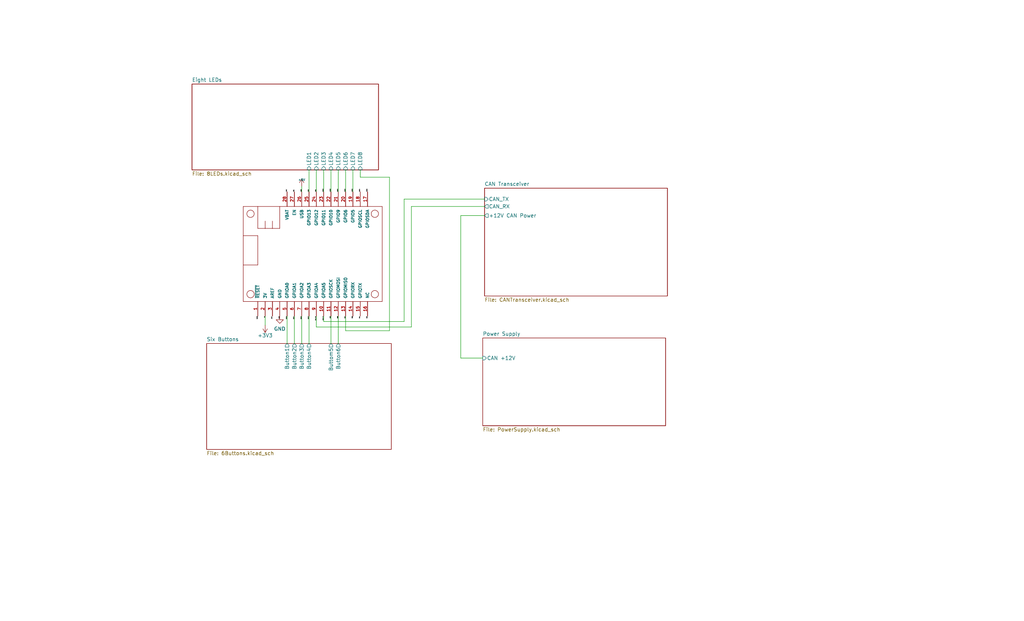
<source format=kicad_sch>
(kicad_sch (version 20211123) (generator eeschema)
  (paper "USLegal")
  (title_block (title "FeatherWing.sch") (date "3 SEP 2024"))
  (lib_symbols
    (symbol "ESP32-PWMHalfSiding-rescue:+5V" (power) (pin_names (offset 0))
      (property "Value" "+5V" (at 0 3.556 0))
      (symbol "+5V_0_1"
        (polyline (pts (xy -0.762 1.27) (xy 0 2.54)))
        (polyline (pts (xy 0 0) (xy 0 2.54)))
        (polyline (pts (xy 0 2.54) (xy 0.762 1.27)))
      )
      (symbol "+5V_1_1"
        (pin power_in line (at 0 0 90) (length 0) hide (name "+5V") (number "1"))
      )
    )
    (symbol "ESP32-T7S3-MultiFunctionUniversalTurnout-rescue:+3V3" (power) (pin_names (offset 0))
      (property "Value" "+3V3" (at 0 3.556 0))
      (symbol "+3V3_0_1"
        (polyline (pts (xy -0.762 1.27) (xy 0 2.54)))
        (polyline (pts (xy 0 0) (xy 0 2.54)))
        (polyline (pts (xy 0 2.54) (xy 0.762 1.27)))
      )
      (symbol "+3V3_1_1"
        (pin power_in line (at 0 0 90) (length 0) hide (name "+3V3") (number "1"))
      )
    )
    (symbol "ESP32-T7S3-MultiFunctionUniversalTurnout-rescue:GND" (power) (pin_names (offset 0))
      (property "Value" "GND" (at 0 -3.81 0))
      (symbol "GND_0_1"
        (polyline (pts (xy 0 0) (xy 0 -1.27) (xy 1.27 -1.27) (xy 0 -2.54) (xy -1.27 -1.27) (xy 0 -1.27)))
      )
      (symbol "GND_1_1"
        (pin power_in line (at 0 0 270) (length 0) hide (name "GND") (number "1"))
      )
    )
    (symbol "FeatherWing:FEATHERWING" (pin_names (offset 1.016))
      (symbol "FEATHERWING_1_0"
        (polyline (pts (xy 0 0) (xy 48.26 0)))
        (polyline (pts (xy 0 12.7) (xy 0 0)))
        (polyline (pts (xy 0 22.86) (xy 0 12.7)))
        (polyline (pts (xy 0 22.86) (xy 5.08 22.86)))
        (polyline (pts (xy 0 33.02) (xy 0 22.86)))
        (polyline (pts (xy 5.08 12.7) (xy 0 12.7)))
        (polyline (pts (xy 5.08 22.86) (xy 5.08 12.7)))
        (polyline (pts (xy 5.08 25.4) (xy 7.62 25.4)))
        (polyline (pts (xy 5.08 33.02) (xy 0 33.02)))
        (polyline (pts (xy 5.08 33.02) (xy 5.08 25.4)))
        (polyline (pts (xy 7.62 25.4) (xy 10.16 25.4)))
        (polyline (pts (xy 7.62 27.94) (xy 7.62 25.4)))
        (polyline (pts (xy 10.16 25.4) (xy 12.7 25.4)))
        (polyline (pts (xy 10.16 27.94) (xy 10.16 25.4)))
        (polyline (pts (xy 12.7 25.4) (xy 12.7 33.02)))
        (polyline (pts (xy 12.7 33.02) (xy 5.08 33.02)))
        (polyline (pts (xy 48.26 0) (xy 48.26 33.02)))
        (polyline (pts (xy 48.26 33.02) (xy 12.7 33.02)))
      )
      (symbol "FEATHERWING_1_1"
        (circle (center 2.54 2.54) (radius 1.27))
        (circle (center 2.54 30.48) (radius 1.27))
        (circle (center 45.72 2.54) (radius 1.27))
        (circle (center 45.72 30.48) (radius 1.27))
        (pin input line (at 5.08 -5.08 90) (length 5.08) (name "~{RESET}") (number "1"))
        (pin bidirectional line (at 27.94 -5.08 90) (length 5.08) (name "GPIOA5") (number "10"))
        (pin bidirectional line (at 30.48 -5.08 90) (length 5.08) (name "GPIOSCK") (number "11"))
        (pin bidirectional line (at 33.02 -5.08 90) (length 5.08) (name "GPIOMOSI") (number "12"))
        (pin bidirectional line (at 35.56 -5.08 90) (length 5.08) (name "GPIOMISO") (number "13"))
        (pin bidirectional line (at 38.1 -5.08 90) (length 5.08) (name "GPIORX") (number "14"))
        (pin bidirectional line (at 40.64 -5.08 90) (length 5.08) (name "GPIOTX") (number "15"))
        (pin passive line (at 43.18 -5.08 90) (length 5.08) (name "NC") (number "16"))
        (pin bidirectional line (at 43.18 38.1 270) (length 5.08) (name "GPIOSDA") (number "17"))
        (pin bidirectional line (at 40.64 38.1 270) (length 5.08) (name "GPIOSCL") (number "18"))
        (pin bidirectional line (at 38.1 38.1 270) (length 5.08) (name "GPIO5") (number "19"))
        (pin power_out line (at 7.62 -5.08 90) (length 5.08) (name "3V") (number "2"))
        (pin bidirectional line (at 35.56 38.1 270) (length 5.08) (name "GPIO6") (number "20"))
        (pin bidirectional line (at 33.02 38.1 270) (length 5.08) (name "GPIO9") (number "21"))
        (pin bidirectional line (at 30.48 38.1 270) (length 5.08) (name "GPIO10") (number "22"))
        (pin bidirectional line (at 27.94 38.1 270) (length 5.08) (name "GPIO11") (number "23"))
        (pin bidirectional line (at 25.4 38.1 270) (length 5.08) (name "GPIO12") (number "24"))
        (pin bidirectional line (at 22.86 38.1 270) (length 5.08) (name "GPIO13") (number "25"))
        (pin power_out line (at 20.32 38.1 270) (length 5.08) (name "USB") (number "26"))
        (pin passive line (at 17.78 38.1 270) (length 5.08) (name "EN") (number "27"))
        (pin power_out line (at 15.24 38.1 270) (length 5.08) (name "VBAT") (number "28"))
        (pin passive line (at 10.16 -5.08 90) (length 5.08) (name "AREF") (number "3"))
        (pin power_in line (at 12.7 -5.08 90) (length 5.08) (name "GND") (number "4"))
        (pin bidirectional line (at 15.24 -5.08 90) (length 5.08) (name "GPIOA0") (number "5"))
        (pin bidirectional line (at 17.78 -5.08 90) (length 5.08) (name "GPIOA1") (number "6"))
        (pin bidirectional line (at 20.32 -5.08 90) (length 5.08) (name "GPIOA2") (number "7"))
        (pin bidirectional line (at 22.86 -5.08 90) (length 5.08) (name "GPIOA3") (number "8"))
        (pin bidirectional line (at 25.4 -5.08 90) (length 5.08) (name "GPIOA4") (number "9"))
      )
    )
  )
  (wire (pts (xy 114.935 109.855) (xy 114.935 119.38)))
  (wire (pts (xy 109.855 113.665) (xy 142.875 113.665)))
  (wire (pts (xy 135.255 61.595) (xy 135.255 114.935)))
  (wire (pts (xy 142.875 71.755) (xy 168.275 71.755)))
  (wire (pts (xy 107.315 109.855) (xy 107.315 119.38)))
  (wire (pts (xy 140.335 69.215) (xy 140.335 111.76)))
  (wire (pts (xy 112.395 59.055) (xy 112.395 66.675)))
  (wire (pts (xy 140.335 111.76) (xy 112.395 111.76)))
  (wire (pts (xy 125.095 59.055) (xy 125.095 61.595)))
  (wire (pts (xy 117.475 59.055) (xy 117.475 66.675)))
  (wire (pts (xy 92.075 109.855) (xy 92.075 113.03)))
  (wire (pts (xy 135.255 114.935) (xy 120.015 114.935)))
  (wire (pts (xy 160.02 74.93) (xy 160.02 124.46)))
  (wire (pts (xy 117.475 109.855) (xy 117.475 119.38)))
  (wire (pts (xy 120.015 59.055) (xy 120.015 66.675)))
  (wire (pts (xy 112.395 111.76) (xy 112.395 109.855)))
  (wire (pts (xy 104.775 109.855) (xy 104.775 119.38)))
  (wire (pts (xy 109.855 59.055) (xy 109.855 66.675)))
  (wire (pts (xy 125.095 61.595) (xy 135.255 61.595)))
  (wire (pts (xy 160.02 124.46) (xy 167.64 124.46)))
  (wire (pts (xy 142.875 113.665) (xy 142.875 71.755)))
  (wire (pts (xy 99.695 109.855) (xy 99.695 119.38)))
  (wire (pts (xy 107.315 59.055) (xy 107.315 66.675)))
  (wire (pts (xy 120.015 114.935) (xy 120.015 109.855)))
  (wire (pts (xy 168.275 74.93) (xy 160.02 74.93)))
  (wire (pts (xy 102.235 109.855) (xy 102.235 119.38)))
  (wire (pts (xy 168.275 69.215) (xy 140.335 69.215)))
  (wire (pts (xy 114.935 59.055) (xy 114.935 66.675)))
  (wire (pts (xy 109.855 109.855) (xy 109.855 113.665)))
  (wire (pts (xy 104.775 64.77) (xy 104.775 66.675)))
  (wire (pts (xy 122.555 59.055) (xy 122.555 66.675)))
  (label "N$4" (at 125.095 109.855 270) (effects (font (size 0.254 0.254))))
  (label "N$3" (at 107.315 66.675 90) (effects (font (size 0.254 0.254))))
  (label "N$23" (at 122.555 66.675 90) (effects (font (size 0.254 0.254))))
  (label "N$25" (at 127.635 66.675 90) (effects (font (size 0.254 0.254))))
  (label "3V" (at 92.075 109.855 270) (effects (font (size 0.254 0.254))))
  (label "GND" (at 97.155 109.855 270) (effects (font (size 0.254 0.254))))
  (label "N$2" (at 127.635 109.855 270) (effects (font (size 0.254 0.254))))
  (label "N$9" (at 114.935 109.855 270) (effects (font (size 0.254 0.254))))
  (label "CAN_TX" (at 112.395 109.855 270) (effects (font (size 0.254 0.254))))
  (label "N$13" (at 104.775 109.855 270) (effects (font (size 0.254 0.254))))
  (label "CAN_RX" (at 109.855 109.855 270) (effects (font (size 0.254 0.254))))
  (label "N$22" (at 120.015 66.675 90) (effects (font (size 0.254 0.254))))
  (label "AREF" (at 94.615 109.855 270) (effects (font (size 0.254 0.254))))
  (label "N$7" (at 120.015 109.855 270) (effects (font (size 0.254 0.254))))
  (label "N$1" (at 102.235 66.675 90) (effects (font (size 0.254 0.254))))
  (label "N$6" (at 122.555 109.855 270) (effects (font (size 0.254 0.254))))
  (label "N$5" (at 109.855 66.675 90) (effects (font (size 0.254 0.254))))
  (label "N$24" (at 125.095 66.675 90) (effects (font (size 0.254 0.254))))
  (label "N$8" (at 117.475 109.855 270) (effects (font (size 0.254 0.254))))
  (label "N$21" (at 117.475 66.675 90) (effects (font (size 0.254 0.254))))
  (label "USB" (at 104.775 66.675 90) (effects (font (size 0.254 0.254))))
  (label "N$20" (at 114.935 66.675 90) (effects (font (size 0.254 0.254))))
  (label "N$19" (at 112.395 66.675 90) (effects (font (size 0.254 0.254))))
  (label "N$18" (at 89.535 109.855 270) (effects (font (size 0.254 0.254))))
  (label "N$14" (at 102.235 109.855 270) (effects (font (size 0.254 0.254))))
  (label "N$12" (at 107.315 109.855 270) (effects (font (size 0.254 0.254))))
  (label "VBAT" (at 99.695 66.675 90) (effects (font (size 0.254 0.254))))
  (label "N$15" (at 99.695 109.855 270) (effects (font (size 0.254 0.254))))
  (symbol (lib_id "FeatherWing:FEATHERWING") (at 84.455 104.775 0) (unit 1)
    (property "Reference" "MS1" (effects hide))
    (property "Value" "FEATHERWING" (effects hide))
    (property "Footprint" "FeatherWing:FEATHERWING" (effects hide))
  )
  (symbol (lib_id "ESP32-T7S3-MultiFunctionUniversalTurnout-rescue:GND") (at 97.155 109.855 0) (unit 1)
    (property "Reference" "#PWR0108" (effects hide))
    (property "Value" "GND" (at 97.155 114.3 0))
  )
  (symbol (lib_id "ESP32-T7S3-MultiFunctionUniversalTurnout-rescue:+3V3") (at 92.075 113.03 180) (unit 1)
    (property "Reference" "#PWR0101" (effects hide))
    (property "Value" "+3V3" (at 92.075 116.586 0))
  )
  (symbol (lib_id "ESP32-PWMHalfSiding-rescue:+5V") (at 104.775 64.77 0) (unit 1)
    (property "Reference" "#PWR0102" (effects hide))
    (property "Value" "+5V" (at 104.775 62.484 0) (effects (font (size 0.762 0.762))))
  )
  (sheet (at 71.755 119.38) (size 64.135 36.83) (stroke (width 0.1524))
    (property "Sheet name" "Six Buttons" (at 71.755 118.6684 0) (effects (justify left bottom)))
    (property "Sheet file" "6Buttons.kicad_sch" (at 71.755 156.7946 0) (effects (justify left top)))
    (pin "Button3" output (at 104.775 119.38 90))
    (pin "Button2" output (at 102.235 119.38 90))
    (pin "Button1" output (at 99.695 119.38 90))
    (pin "Buttom5" output (at 114.935 119.38 90))
    (pin "Button4" output (at 107.315 119.38 90))
    (pin "Button6" output (at 117.475 119.38 90))
  )
  (sheet (at 167.64 117.475) (size 63.5 30.48) (stroke (width 0.1524))
    (property "Sheet name" "Power Supply" (at 167.64 116.7634 0) (effects (justify left bottom)))
    (property "Sheet file" "PowerSupply.kicad_sch" (at 167.64 148.5396 0) (effects (justify left top)))
    (pin "CAN +12V" input (at 167.64 124.46 180))
  )
  (sheet (at 66.675 29.21) (size 64.77 29.845) (stroke (width 0.1524))
    (property "Sheet name" "Eight LEDs" (at 66.675 28.4984 0) (effects (justify left bottom)))
    (property "Sheet file" "8LEDs.kicad_sch" (at 66.675 59.6396 0) (effects (justify left top)))
    (pin "LED3" input (at 112.395 59.055 270))
    (pin "LED1" input (at 107.315 59.055 270))
    (pin "LED2" input (at 109.855 59.055 270))
    (pin "LED5" input (at 117.475 59.055 270))
    (pin "LED6" input (at 120.015 59.055 270))
    (pin "LED4" input (at 114.935 59.055 270))
    (pin "LED8" input (at 125.095 59.055 270))
    (pin "LED7" input (at 122.555 59.055 270))
  )
  (sheet (at 168.275 65.405) (size 63.5 37.465) (stroke (width 0.1524))
    (property "Sheet name" "CAN Transceiver" (at 168.275 64.6934 0) (effects (justify left bottom)))
    (property "Sheet file" "CANTransceiver.kicad_sch" (at 168.275 103.4546 0) (effects (justify left top)))
    (pin "CAN_TX" input (at 168.275 69.215 180))
    (pin "CAN_RX" output (at 168.275 71.755 180))
    (pin "+12V CAN Power" output (at 168.275 74.93 180))
  )
)
</source>
